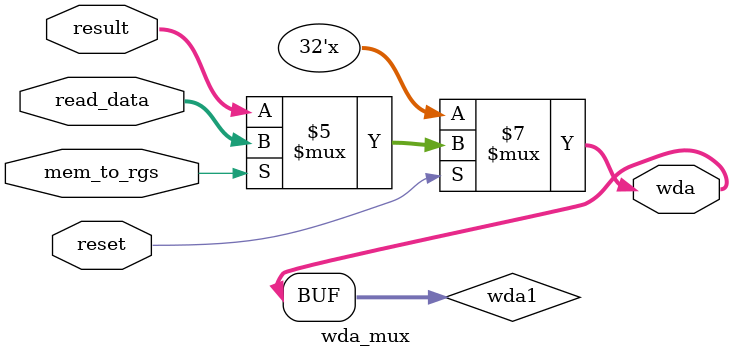
<source format=v>
`timescale 1ns / 1ps


`timescale 1ns/10ps

module wda_mux (
    reset,
    wda,
    mem_to_rgs,
    result,
    read_data
);


input reset;
output [31:0] wda;
reg [31:0] wda1;
input [0:0] mem_to_rgs;
input [31:0] result;
input [31:0] read_data;




always @(mem_to_rgs, reset,read_data,result) begin: WDA_MUX_WMUX
    if ((reset == 1)) begin
        if (mem_to_rgs) begin
            wda1 <= read_data;
        end
        else begin
            wda1 <= result;
        end
    end
    //
    else
        wda1=32'dX;
    //
end
assign wda=wda1;
endmodule


</source>
